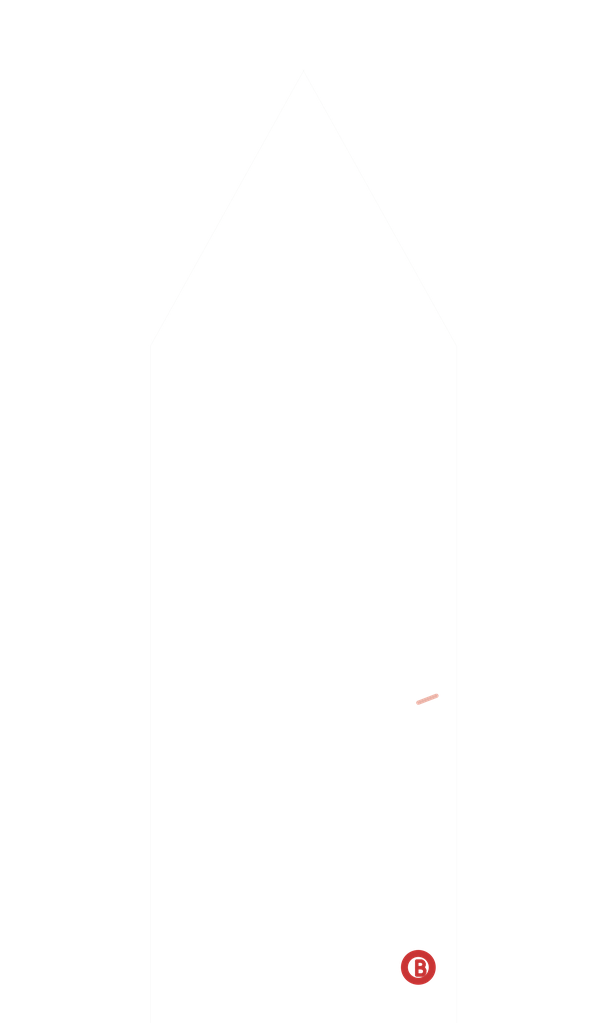
<source format=kicad_pcb>
(kicad_pcb (version 20171130) (host pcbnew "(5.1.10)-1")

  (general
    (thickness 1.6)
    (drawings 43)
    (tracks 0)
    (zones 0)
    (modules 0)
    (nets 1)
  )

  (page A0)
  (layers
    (0 F.Cu signal)
    (31 B.Cu signal hide)
    (32 B.Adhes user hide)
    (33 F.Adhes user hide)
    (34 B.Paste user)
    (35 F.Paste user hide)
    (36 B.SilkS user)
    (37 F.SilkS user hide)
    (38 B.Mask user hide)
    (39 F.Mask user hide)
    (40 Dwgs.User user)
    (41 Cmts.User user)
    (42 Eco1.User user)
    (43 Eco2.User user hide)
    (44 Edge.Cuts user)
    (45 Margin user)
    (46 B.CrtYd user hide)
    (47 F.CrtYd user)
    (48 B.Fab user hide)
    (49 F.Fab user hide)
  )

  (setup
    (last_trace_width 0.25)
    (trace_clearance 0.2)
    (zone_clearance 0.508)
    (zone_45_only no)
    (trace_min 0.2)
    (via_size 0.8)
    (via_drill 0.4)
    (via_min_size 0.4)
    (via_min_drill 0.3)
    (uvia_size 0.3)
    (uvia_drill 0.1)
    (uvias_allowed no)
    (uvia_min_size 0.2)
    (uvia_min_drill 0.1)
    (edge_width 0.05)
    (segment_width 0.2)
    (pcb_text_width 0.3)
    (pcb_text_size 1.5 1.5)
    (mod_edge_width 0.12)
    (mod_text_size 1 1)
    (mod_text_width 0.15)
    (pad_size 1.524 1.524)
    (pad_drill 0.762)
    (pad_to_mask_clearance 0)
    (aux_axis_origin 0 0)
    (visible_elements 7FFFFFFF)
    (pcbplotparams
      (layerselection 0x010fc_ffffffff)
      (usegerberextensions false)
      (usegerberattributes true)
      (usegerberadvancedattributes true)
      (creategerberjobfile true)
      (excludeedgelayer true)
      (linewidth 0.150000)
      (plotframeref false)
      (viasonmask false)
      (mode 1)
      (useauxorigin false)
      (hpglpennumber 1)
      (hpglpenspeed 20)
      (hpglpendiameter 15.000000)
      (psnegative false)
      (psa4output false)
      (plotreference true)
      (plotvalue true)
      (plotinvisibletext false)
      (padsonsilk false)
      (subtractmaskfromsilk false)
      (outputformat 1)
      (mirror false)
      (drillshape 1)
      (scaleselection 1)
      (outputdirectory ""))
  )

  (net 0 "")

  (net_class Default "To jest domyślna klasa połączeń."
    (clearance 0.2)
    (trace_width 0.25)
    (via_dia 0.8)
    (via_drill 0.4)
    (uvia_dia 0.3)
    (uvia_drill 0.1)
  )

  (gr_line (start 86 -531) (end 82.5 -490) (layer Margin) (width 2))
  (gr_line (start 178 -195) (end 165 -190) (layer B.SilkS) (width 3))
  (gr_line (start 82.5 -120) (end 101 -111) (layer Dwgs.User) (width 0.15))
  (gr_text 6 (at 83 -490) (layer F.CrtYd) (tstamp 6102A2A3)
    (effects (font (size 5 5) (thickness 1.25)))
  )
  (gr_text 5 (at 0 -399.5) (layer F.CrtYd) (tstamp 6102A2A3)
    (effects (font (size 5 5) (thickness 1.25)))
  )
  (gr_text 4 (at 0 -260) (layer F.CrtYd) (tstamp 6102A2A3)
    (effects (font (size 5 5) (thickness 1.25)))
  )
  (gr_text 3 (at 165.5 -189.5) (layer F.CrtYd) (tstamp 6102A2A3)
    (effects (font (size 5 5) (thickness 1.25)))
  )
  (gr_text 2 (at 83 -120) (layer F.CrtYd) (tstamp 6102A2A3)
    (effects (font (size 5 5) (thickness 1.25)))
  )
  (gr_circle (center 82.5 -490) (end 91.360023 -490) (layer F.CrtYd) (width 5) (tstamp 61029DEA))
  (gr_circle (center 0 -400) (end 8.860023 -400) (layer F.CrtYd) (width 5) (tstamp 61029DCD))
  (gr_circle (center 0 -260) (end 8.860023 -260) (layer F.CrtYd) (width 5) (tstamp 61029D9D))
  (gr_circle (center 165 -190) (end 173.860023 -190) (layer F.CrtYd) (width 5) (tstamp 61029D71))
  (gr_circle (center 82.5 -120) (end 91.360023 -120) (layer F.CrtYd) (width 5) (tstamp 61029D56))
  (gr_text 1 (at 82.5 0) (layer F.CrtYd)
    (effects (font (size 5 5) (thickness 1.25)))
  )
  (gr_circle (center 82.5 0) (end 91.360023 0) (layer F.CrtYd) (width 5) (tstamp 61029D1D))
  (gr_line (start 83 -500) (end 30 -522) (layer Eco2.User) (width 0.15))
  (gr_text F (at 83 -599) (layer Cmts.User)
    (effects (font (size 10 10) (thickness 2)))
  )
  (gr_text E (at 161.5 -448.5) (layer Dwgs.User)
    (effects (font (size 10 10) (thickness 2)))
  )
  (gr_text D (at 1 -448) (layer Margin)
    (effects (font (size 10 10) (thickness 2)))
  )
  (gr_text C (at 82 -260.5) (layer Eco1.User)
    (effects (font (size 10 10) (thickness 1)))
  )
  (gr_text B (at 166.5 1) (layer F.Cu)
    (effects (font (size 10 10) (thickness 2.5)))
  )
  (gr_text A (at 1.5 0) (layer B.Paste)
    (effects (font (size 10 10) (thickness 2)) (justify mirror))
  )
  (gr_circle (center 82.5 -600) (end 174.5 -600) (layer Cmts.User) (width 5) (tstamp 60F589F2))
  (gr_circle (center 165 -450) (end 293 -450) (layer Dwgs.User) (width 5) (tstamp 60F589E4))
  (gr_circle (center 0 -450) (end 133 -450) (layer Margin) (width 5) (tstamp 60F589D5))
  (gr_line (start 82.5 40) (end 192.5 40) (layer Edge.Cuts) (width 0.05) (tstamp 60F589AE))
  (gr_line (start 192.5 -446) (end 82 -644.5) (layer Edge.Cuts) (width 0.05) (tstamp 60F589AD))
  (gr_line (start 192.5 40) (end 192.5 -446) (layer Edge.Cuts) (width 0.05) (tstamp 60F589AC))
  (gr_line (start -27.5 -446) (end 83 -644.5) (layer Edge.Cuts) (width 0.05))
  (gr_line (start -27.5 40) (end -27.5 -446) (layer Edge.Cuts) (width 0.05))
  (gr_line (start 82.5 40) (end -27.5 40) (layer Edge.Cuts) (width 0.05))
  (gr_line (start 165 -450) (end 165 0) (layer Cmts.User) (width 0.15) (tstamp 60F58903))
  (gr_line (start 165 0) (end 82.5 0) (layer Cmts.User) (width 0.15) (tstamp 60F588F6))
  (gr_line (start 0 0) (end 0 -450) (layer Cmts.User) (width 0.15))
  (gr_circle (center 165 0) (end 175 0) (layer F.Cu) (width 5) (tstamp 60ED94BF))
  (gr_text 24 (at 158 -310.5) (layer Eco1.User)
    (effects (font (size 1 1) (thickness 0.15)))
  )
  (gr_line (start 82.5 0) (end 82.5 -260) (layer Cmts.User) (width 0.15))
  (gr_line (start 0 0) (end 82.5 0) (layer Cmts.User) (width 0.15))
  (gr_circle (center 145 0) (end 329 0) (layer B.Adhes) (width 5))
  (gr_circle (center 0 0) (end 98 0) (layer F.Mask) (width 5))
  (gr_circle (center 82.5 -260) (end 92.5 -260) (layer Eco1.User) (width 5) (tstamp 60ED94A2))
  (gr_circle (center 0 0) (end 10 0) (layer B.Paste) (width 5))
  (gr_circle (center 0 0) (end 1 1) (layer Dwgs.User) (width 0.1))

)

</source>
